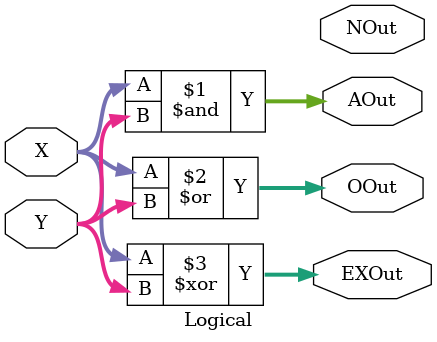
<source format=v>
module Logical(X,Y,AOut,OOut,EXOut,NOut);

input [3:0] X,Y;
output [3:0] AOut,OOut,EXOut;
output [7:0] NOut;



assign AOut  = X&Y;
assign OOut  = X|Y;
assign EXOut = X^Y;
assign NOUT  = ~{X,Y};




endmodule

//MY_AND A1 (X,Y,Out);
//MY_OR O1 (X,Y,Out);
//MY_EXOR E1 (X,Y,Out);
//MY_NOT N1 (Z,NOut);

/*

module MY_AND(X,Y,Out);
input [3:0] X,Y;
output [3:0] Out;

AND_GATE AG0 (X[0],Y[0],Out[0]);
AND_GATE AG1 (X[1],Y[1],Out[1]);
AND_GATE AG2 (X[2],Y[2],Out[2]);
AND_GATE AG3 (X[3],Y[3],Out[3]);

endmodule

module AND_GATE(X,Y,Out);
input  X,Y;
output Out;

assign Out = X&Y;

endmodule



module MY_OR(X,Y,Out);
input [3:0] X,Y;
output [3:0] Out;

OR_GATE OG0 (X[0],Y[0],Out[0]);
OR_GATE OG1 (X[1],Y[1],Out[1]);
OR_GATE OG2 (X[2],Y[2],Out[2]);
OR_GATE OG3 (X[3],Y[3],Out[3]);

endmodule

module OR_GATE(X,Y,Out);
input  X,Y;
output Out;

assign Out = X|Y;

endmodule



module MY_EXOR(X,Y,Out);
input [3:0] X,Y;
output [3:0] Out;

EXOR_GATE EXG0 (X[0],Y[0],Out[0]);
EXOR_GATE EXG1 (X[1],Y[1],Out[1]);
EXOR_GATE EXG2 (X[2],Y[2],Out[2]);
EXOR_GATE EXG3 (X[3],Y[3],Out[3]);

endmodule

module EXOR_GATE(X,Y,Out);
input  X,Y;
output Out;

assign Out = X|Y;

endmodule



module MY_NOT(Z,Out);
input [7:0] Z;
output [7:0] Out;

NOT_GATE NG0 (Z[0],Out[0]);
NOT_GATE NG1 (Z[1],Out[1]);
NOT_GATE NG2 (Z[2],Out[2]);
NOT_GATE NG3 (Z[3],Out[3]);
NOT_GATE NG4 (Z[4],Out[4]);
NOT_GATE NG5 (Z[5],Out[5]);
NOT_GATE NG6 (Z[6],Out[6]);
NOT_GATE NG7 (Z[7],Out[7]);

endmodule

module NOT_GATE(Z,Out);
input  Z;
output Out;

assign Out = ~Z;

endmodule
*/

</source>
